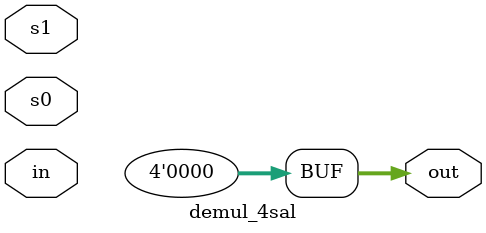
<source format=v>
module demul_4sal(
    input wire in,s0,s1,
    output reg [3:0] out
);

assign out = 4'b0000;

always @(*) begin
    if(~s0 & ~s1)
        out[0] = 1'b1;
    else if(~s0 & s1)
        out[1] = 1'b1;
    else if(s0 & ~s1)
        out[2] = 1'b1;
    else
        out[3] = 1'b1;
end
endmodule
</source>
